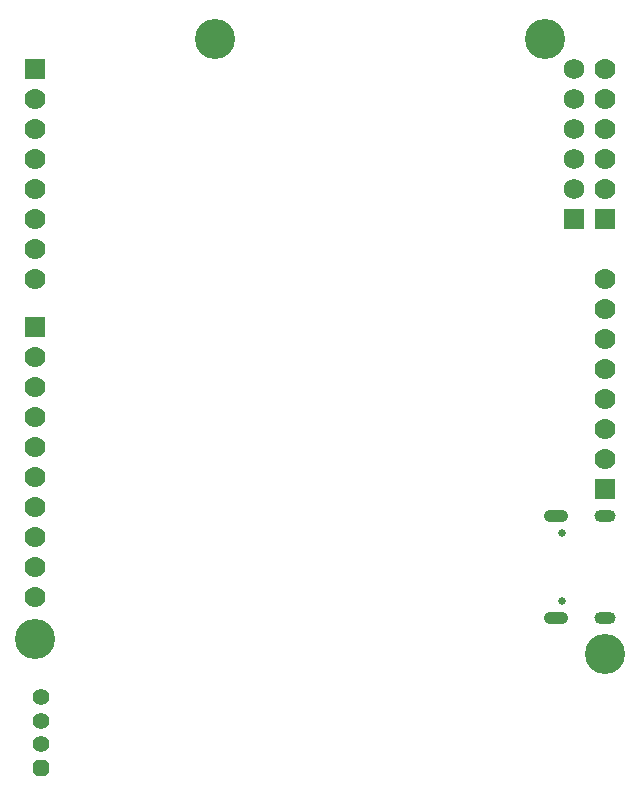
<source format=gbs>
G04*
G04 #@! TF.GenerationSoftware,Altium Limited,Altium Designer,23.5.1 (21)*
G04*
G04 Layer_Color=16711935*
%FSLAX44Y44*%
%MOMM*%
G71*
G04*
G04 #@! TF.SameCoordinates,ABEBA2A1-82FC-470D-B438-6AC9AF40FB77*
G04*
G04*
G04 #@! TF.FilePolarity,Negative*
G04*
G01*
G75*
%ADD153C,1.7516*%
%ADD154R,1.7516X1.7516*%
G04:AMPARAMS|DCode=155|XSize=2.1mm|YSize=1mm|CornerRadius=0.5mm|HoleSize=0mm|Usage=FLASHONLY|Rotation=180.000|XOffset=0mm|YOffset=0mm|HoleType=Round|Shape=RoundedRectangle|*
%AMROUNDEDRECTD155*
21,1,2.1000,0.0000,0,0,180.0*
21,1,1.1000,1.0000,0,0,180.0*
1,1,1.0000,-0.5500,0.0000*
1,1,1.0000,0.5500,0.0000*
1,1,1.0000,0.5500,0.0000*
1,1,1.0000,-0.5500,0.0000*
%
%ADD155ROUNDEDRECTD155*%
G04:AMPARAMS|DCode=156|XSize=1.8mm|YSize=1mm|CornerRadius=0.5mm|HoleSize=0mm|Usage=FLASHONLY|Rotation=180.000|XOffset=0mm|YOffset=0mm|HoleType=Round|Shape=RoundedRectangle|*
%AMROUNDEDRECTD156*
21,1,1.8000,0.0000,0,0,180.0*
21,1,0.8000,1.0000,0,0,180.0*
1,1,1.0000,-0.4000,0.0000*
1,1,1.0000,0.4000,0.0000*
1,1,1.0000,0.4000,0.0000*
1,1,1.0000,-0.4000,0.0000*
%
%ADD156ROUNDEDRECTD156*%
%ADD157C,0.6500*%
%ADD158C,1.4016*%
G04:AMPARAMS|DCode=159|XSize=1.4016mm|YSize=1.4016mm|CornerRadius=0mm|HoleSize=0mm|Usage=FLASHONLY|Rotation=270.000|XOffset=0mm|YOffset=0mm|HoleType=Round|Shape=Octagon|*
%AMOCTAGOND159*
4,1,8,-0.3504,-0.7008,0.3504,-0.7008,0.7008,-0.3504,0.7008,0.3504,0.3504,0.7008,-0.3504,0.7008,-0.7008,0.3504,-0.7008,-0.3504,-0.3504,-0.7008,0.0*
%
%ADD159OCTAGOND159*%

%ADD160R,1.7780X1.7780*%
%ADD161C,1.7780*%
%ADD162C,3.4016*%
G54D153*
X238000Y340000D02*
D03*
Y314600D02*
D03*
Y289200D02*
D03*
Y238400D02*
D03*
Y263800D02*
D03*
G54D154*
Y213000D02*
D03*
G54D155*
X222850Y-125200D02*
D03*
Y-38800D02*
D03*
G54D156*
X264650Y-125200D02*
D03*
Y-38800D02*
D03*
G54D157*
X227850Y-110900D02*
D03*
Y-53100D02*
D03*
G54D158*
X-213000Y-232000D02*
D03*
Y-192000D02*
D03*
Y-212000D02*
D03*
G54D159*
Y-252000D02*
D03*
G54D160*
X264600Y-15600D02*
D03*
X-218000Y121560D02*
D03*
Y340000D02*
D03*
X264600Y213000D02*
D03*
G54D161*
Y9800D02*
D03*
X-218000Y-107040D02*
D03*
Y-81640D02*
D03*
X264600Y162200D02*
D03*
Y35200D02*
D03*
X-218000Y-30840D02*
D03*
X264600Y136800D02*
D03*
Y111400D02*
D03*
X-218000Y-5440D02*
D03*
Y19960D02*
D03*
Y45360D02*
D03*
Y70760D02*
D03*
Y96160D02*
D03*
Y162200D02*
D03*
Y187600D02*
D03*
Y213000D02*
D03*
Y238400D02*
D03*
Y263800D02*
D03*
Y289200D02*
D03*
Y314600D02*
D03*
Y-56240D02*
D03*
X264600Y340000D02*
D03*
Y314600D02*
D03*
Y289200D02*
D03*
Y263800D02*
D03*
Y238400D02*
D03*
Y86000D02*
D03*
Y60600D02*
D03*
G54D162*
Y-155300D02*
D03*
X-218000Y-142600D02*
D03*
X213800Y365400D02*
D03*
X-65600D02*
D03*
M02*

</source>
